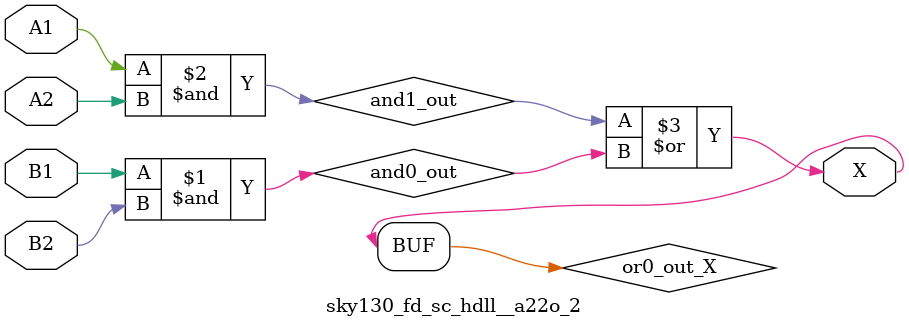
<source format=v>
/*
 * Copyright 2020 The SkyWater PDK Authors
 *
 * Licensed under the Apache License, Version 2.0 (the "License");
 * you may not use this file except in compliance with the License.
 * You may obtain a copy of the License at
 *
 *     https://www.apache.org/licenses/LICENSE-2.0
 *
 * Unless required by applicable law or agreed to in writing, software
 * distributed under the License is distributed on an "AS IS" BASIS,
 * WITHOUT WARRANTIES OR CONDITIONS OF ANY KIND, either express or implied.
 * See the License for the specific language governing permissions and
 * limitations under the License.
 *
 * SPDX-License-Identifier: Apache-2.0
*/


`ifndef SKY130_FD_SC_HDLL__A22O_2_FUNCTIONAL_V
`define SKY130_FD_SC_HDLL__A22O_2_FUNCTIONAL_V

/**
 * a22o: 2-input AND into both inputs of 2-input OR.
 *
 *       X = ((A1 & A2) | (B1 & B2))
 *
 * Verilog simulation functional model.
 */

`timescale 1ns / 1ps
`default_nettype none

`celldefine
module sky130_fd_sc_hdll__a22o_2 (
    X ,
    A1,
    A2,
    B1,
    B2
);

    // Module ports
    output X ;
    input  A1;
    input  A2;
    input  B1;
    input  B2;

    // Local signals
    wire and0_out ;
    wire and1_out ;
    wire or0_out_X;

    //  Name  Output     Other arguments
    and and0 (and0_out , B1, B2            );
    and and1 (and1_out , A1, A2            );
    or  or0  (or0_out_X, and1_out, and0_out);
    buf buf0 (X        , or0_out_X         );

endmodule
`endcelldefine

`default_nettype wire
`endif  // SKY130_FD_SC_HDLL__A22O_2_FUNCTIONAL_V

</source>
